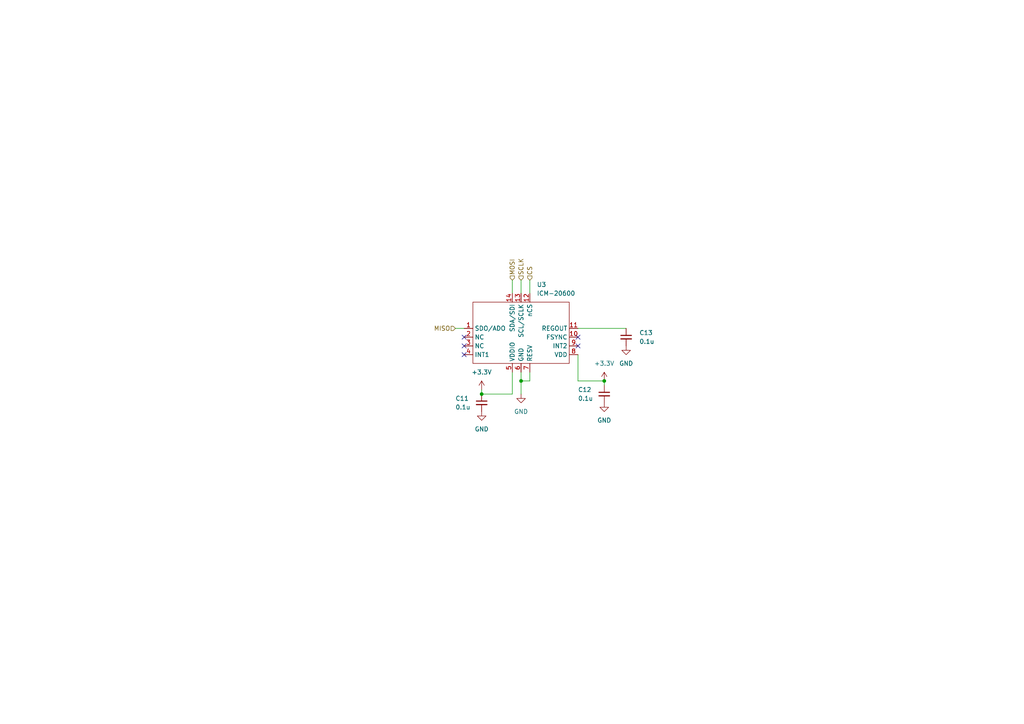
<source format=kicad_sch>
(kicad_sch (version 20231120) (generator "eeschema") (generator_version "8.0")
  (paper "A4")
  (lib_symbols
    (symbol "Device:C_Small" (pin_numbers hide) (pin_names (offset 0.254) hide)
      (property "Reference" "C" (at 0.254 1.778 0))
      (property "Value" "C_Small" (at 0.254 -2.032 0))
      (symbol "C_Small_0_1"
        (polyline (pts (xy -1.524 -0.508) (xy 1.524 -0.508)) (stroke (width 0.3302)))
        (polyline (pts (xy -1.524 0.508) (xy 1.524 0.508)) (stroke (width 0.3048)))
      )
      (symbol "C_Small_1_1"
        (pin passive line (at 0 2.54 270) (length 2.032) (name "~") (number "1"))
        (pin passive line (at 0 -2.54 90) (length 2.032) (name "~") (number "2"))
      )
    )
    (symbol "My_Device:ICM-20600"
      (property "Reference" "U" (at 10.16 -2.54 0))
      (property "Value" "ICM-20600" (at 10.16 -5.08 0))
      (symbol "ICM-20600_0_1"
        (rectangle (start -13.97 -7.62) (end 13.97 -25.4))
      )
      (symbol "ICM-20600_1_1"
        (pin input line (at -16.51 -15.24 0) (length 2.54) (name "SDO/ADO") (number "1"))
        (pin input line (at 16.51 -17.78 180) (length 2.54) (name "FSYNC") (number "10"))
        (pin input line (at 16.51 -15.24 180) (length 2.54) (name "REGOUT") (number "11"))
        (pin input line (at 2.54 -5.08 270) (length 2.54) (name "nCS") (number "12"))
        (pin input line (at 0 -5.08 270) (length 2.54) (name "SCL/SCLK") (number "13"))
        (pin input line (at -2.54 -5.08 270) (length 2.54) (name "SDA/SDI") (number "14"))
        (pin input line (at -16.51 -17.78 0) (length 2.54) (name "NC") (number "2"))
        (pin input line (at -16.51 -20.32 0) (length 2.54) (name "NC") (number "3"))
        (pin input line (at -16.51 -22.86 0) (length 2.54) (name "INT1") (number "4"))
        (pin input line (at -2.54 -27.94 90) (length 2.54) (name "VDDIO") (number "5"))
        (pin input line (at 0 -27.94 90) (length 2.54) (name "GND") (number "6"))
        (pin input line (at 2.54 -27.94 90) (length 2.54) (name "RESV") (number "7"))
        (pin input line (at 16.51 -22.86 180) (length 2.54) (name "VDD") (number "8"))
        (pin input line (at 16.51 -20.32 180) (length 2.54) (name "INT2") (number "9"))
      )
    )
    (symbol "power:+3.3V" (power) (pin_names (offset 0))
      (property "Value" "+3.3V" (at 0 3.556 0))
      (symbol "+3.3V_0_1"
        (polyline (pts (xy -0.762 1.27) (xy 0 2.54)))
        (polyline (pts (xy 0 0) (xy 0 2.54)))
        (polyline (pts (xy 0 2.54) (xy 0.762 1.27)))
      )
      (symbol "+3.3V_1_1"
        (pin power_in line (at 0 0 90) (length 0) hide (name "+3.3V") (number "1"))
      )
    )
    (symbol "power:GND" (power) (pin_names (offset 0))
      (property "Value" "GND" (at 0 -3.81 0))
      (symbol "GND_0_1"
        (polyline (pts (xy 0 0) (xy 0 -1.27) (xy 1.27 -1.27) (xy 0 -2.54) (xy -1.27 -1.27) (xy 0 -1.27)))
      )
      (symbol "GND_1_1"
        (pin power_in line (at 0 0 270) (length 0) hide (name "GND") (number "1"))
      )
    )
  )
  (junction (at 175.26 110.49))
  (junction (at 151.13 110.49))
  (junction (at 139.7 114.3))
  (no_connect (at 134.62 102.87))
  (no_connect (at 134.62 100.33))
  (no_connect (at 167.64 97.79))
  (no_connect (at 134.62 97.79))
  (no_connect (at 167.64 100.33))
  (wire (pts (xy 167.64 95.25) (xy 181.61 95.25)))
  (wire (pts (xy 153.67 81.28) (xy 153.67 85.09)))
  (wire (pts (xy 167.64 102.87) (xy 167.64 110.49)))
  (wire (pts (xy 151.13 110.49) (xy 151.13 114.3)))
  (wire (pts (xy 148.59 81.28) (xy 148.59 85.09)))
  (wire (pts (xy 148.59 114.3) (xy 139.7 114.3)))
  (wire (pts (xy 132.08 95.25) (xy 134.62 95.25)))
  (wire (pts (xy 151.13 110.49) (xy 153.67 110.49)))
  (wire (pts (xy 153.67 107.95) (xy 153.67 110.49)))
  (wire (pts (xy 175.26 110.49) (xy 175.26 111.76)))
  (wire (pts (xy 139.7 113.03) (xy 139.7 114.3)))
  (wire (pts (xy 167.64 110.49) (xy 175.26 110.49)))
  (wire (pts (xy 151.13 107.95) (xy 151.13 110.49)))
  (wire (pts (xy 151.13 81.28) (xy 151.13 85.09)))
  (wire (pts (xy 148.59 107.95) (xy 148.59 114.3)))
  (hierarchical_label "MOSI" (shape input) (at 148.59 81.28 90))
  (hierarchical_label "MISO" (shape input) (at 132.08 95.25 180))
  (hierarchical_label "SCLK" (shape input) (at 151.13 81.28 90))
  (hierarchical_label "CS" (shape input) (at 153.67 81.28 90))
  (symbol (lib_id "power:+3.3V") (at 139.7 113.03 0) (unit 1)
    (property "Reference" "#PWR012" (effects (hide yes)))
    (property "Value" "+3.3V" (at 139.7 107.95 0))
  )
  (symbol (lib_id "power:GND") (at 181.61 100.33 0) (unit 1)
    (property "Reference" "#PWR017" (effects (hide yes)))
    (property "Value" "GND" (at 181.61 105.41 0))
  )
  (symbol (lib_id "power:GND") (at 151.13 114.3 0) (unit 1)
    (property "Reference" "#PWR014" (effects (hide yes)))
    (property "Value" "GND" (at 151.13 119.38 0))
  )
  (symbol (lib_id "Device:C_Small") (at 181.61 97.79 0) (unit 1)
    (property "Reference" "C13" (at 185.42 96.52 0) (effects (justify left)))
    (property "Value" "0.1u" (at 185.42 99.06 0) (effects (justify left)))
    (property "Footprint" "Capacitor_SMD:C_0201_0603Metric" (effects (hide yes)))
  )
  (symbol (lib_id "Device:C_Small") (at 175.26 114.3 0) (unit 1)
    (property "Reference" "C12" (at 167.64 113.03 0) (effects (justify left)))
    (property "Value" "0.1u" (at 167.64 115.57 0) (effects (justify left)))
    (property "Footprint" "Capacitor_SMD:C_0201_0603Metric" (effects (hide yes)))
  )
  (symbol (lib_id "power:GND") (at 175.26 116.84 0) (unit 1)
    (property "Reference" "#PWR016" (effects (hide yes)))
    (property "Value" "GND" (at 175.26 121.92 0))
  )
  (symbol (lib_id "power:+3.3V") (at 175.26 110.49 0) (unit 1)
    (property "Reference" "#PWR015" (effects (hide yes)))
    (property "Value" "+3.3V" (at 175.26 105.41 0))
  )
  (symbol (lib_id "power:GND") (at 139.7 119.38 0) (unit 1)
    (property "Reference" "#PWR013" (effects (hide yes)))
    (property "Value" "GND" (at 139.7 124.46 0))
  )
  (symbol (lib_id "My_Device:ICM-20600") (at 151.13 80.01 0) (unit 1)
    (property "Reference" "U3" (at 155.6894 82.55 0) (effects (justify left)))
    (property "Value" "ICM-20600" (at 155.6894 85.09 0) (effects (justify left)))
    (property "Footprint" "Package_LGA:LGA-14_3x2.5mm_P0.5mm_LayoutBorder3x4y" (effects (hide yes)))
  )
  (symbol (lib_id "Device:C_Small") (at 139.7 116.84 0) (unit 1)
    (property "Reference" "C11" (at 132.08 115.57 0) (effects (justify left)))
    (property "Value" "0.1u" (at 132.08 118.11 0) (effects (justify left)))
    (property "Footprint" "Capacitor_SMD:C_0201_0603Metric" (effects (hide yes)))
  )
)
</source>
